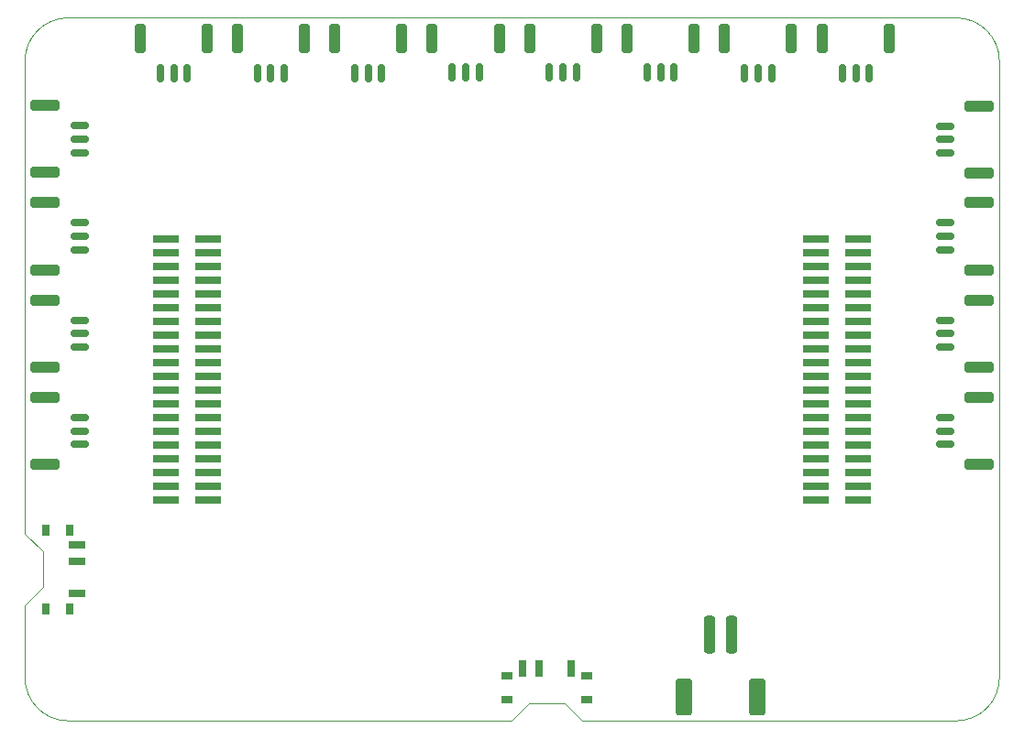
<source format=gbp>
G04 #@! TF.GenerationSoftware,KiCad,Pcbnew,(5.99.0-11031-gb4f5b6ef3c)*
G04 #@! TF.CreationDate,2021-06-15T20:59:52-04:00*
G04 #@! TF.ProjectId,FlySensei_Stack_Actuation_ECAD,466c7953-656e-4736-9569-5f537461636b,0.1*
G04 #@! TF.SameCoordinates,Original*
G04 #@! TF.FileFunction,Paste,Bot*
G04 #@! TF.FilePolarity,Positive*
%FSLAX46Y46*%
G04 Gerber Fmt 4.6, Leading zero omitted, Abs format (unit mm)*
G04 Created by KiCad (PCBNEW (5.99.0-11031-gb4f5b6ef3c)) date 2021-06-15 20:59:52*
%MOMM*%
%LPD*%
G01*
G04 APERTURE LIST*
G04 Aperture macros list*
%AMRoundRect*
0 Rectangle with rounded corners*
0 $1 Rounding radius*
0 $2 $3 $4 $5 $6 $7 $8 $9 X,Y pos of 4 corners*
0 Add a 4 corners polygon primitive as box body*
4,1,4,$2,$3,$4,$5,$6,$7,$8,$9,$2,$3,0*
0 Add four circle primitives for the rounded corners*
1,1,$1+$1,$2,$3*
1,1,$1+$1,$4,$5*
1,1,$1+$1,$6,$7*
1,1,$1+$1,$8,$9*
0 Add four rect primitives between the rounded corners*
20,1,$1+$1,$2,$3,$4,$5,0*
20,1,$1+$1,$4,$5,$6,$7,0*
20,1,$1+$1,$6,$7,$8,$9,0*
20,1,$1+$1,$8,$9,$2,$3,0*%
G04 Aperture macros list end*
G04 #@! TA.AperFunction,Profile*
%ADD10C,0.100000*%
G04 #@! TD*
%ADD11RoundRect,0.150000X-0.150000X-0.700000X0.150000X-0.700000X0.150000X0.700000X-0.150000X0.700000X0*%
%ADD12RoundRect,0.250000X-0.250000X-1.100000X0.250000X-1.100000X0.250000X1.100000X-0.250000X1.100000X0*%
%ADD13RoundRect,0.150000X-0.700000X0.150000X-0.700000X-0.150000X0.700000X-0.150000X0.700000X0.150000X0*%
%ADD14RoundRect,0.250000X-1.100000X0.250000X-1.100000X-0.250000X1.100000X-0.250000X1.100000X0.250000X0*%
%ADD15R,2.400000X0.740000*%
%ADD16RoundRect,0.150000X0.700000X-0.150000X0.700000X0.150000X-0.700000X0.150000X-0.700000X-0.150000X0*%
%ADD17RoundRect,0.250000X1.100000X-0.250000X1.100000X0.250000X-1.100000X0.250000X-1.100000X-0.250000X0*%
%ADD18RoundRect,0.250000X0.250000X1.500000X-0.250000X1.500000X-0.250000X-1.500000X0.250000X-1.500000X0*%
%ADD19RoundRect,0.250001X0.499999X1.449999X-0.499999X1.449999X-0.499999X-1.449999X0.499999X-1.449999X0*%
%ADD20R,0.800000X1.000000*%
%ADD21R,1.500000X0.700000*%
%ADD22R,1.000000X0.800000*%
%ADD23R,0.700000X1.500000*%
G04 APERTURE END LIST*
D10*
X136550000Y-128350000D02*
X134900000Y-130000000D01*
X136550000Y-128350000D02*
X139850000Y-128350000D01*
X139850000Y-128350000D02*
X141500000Y-130000000D01*
X91650000Y-114350000D02*
X91650000Y-117650000D01*
X180000000Y-69000000D02*
X180000000Y-126000000D01*
X180000000Y-69000000D02*
G75*
G03*
X176000000Y-65000000I-4000000J0D01*
G01*
X91650000Y-114350000D02*
X90000000Y-112700000D01*
X141500000Y-130000000D02*
X176000000Y-130000000D01*
X94000000Y-65000000D02*
X176000000Y-65000000D01*
X91650000Y-117650000D02*
X90000000Y-119300000D01*
X90000000Y-126000000D02*
G75*
G03*
X94000000Y-130000000I4000000J0D01*
G01*
X134900000Y-130000000D02*
X94000000Y-130000000D01*
X94000000Y-65000000D02*
G75*
G03*
X90000000Y-69000000I0J-4000000D01*
G01*
X176000000Y-130000000D02*
G75*
G03*
X180000000Y-126000000I0J4000000D01*
G01*
X90000000Y-119300000D02*
X90000000Y-126000000D01*
X90000000Y-112700000D02*
X90000000Y-69000000D01*
D11*
G04 #@! TO.C,BL2*
X147450000Y-70080000D03*
X148700000Y-70080000D03*
X149950000Y-70080000D03*
D12*
X151800000Y-66880000D03*
X145600000Y-66880000D03*
G04 #@! TD*
D13*
G04 #@! TO.C,S7*
X174950000Y-75000000D03*
X174950000Y-76250000D03*
X174950000Y-77500000D03*
D14*
X178150000Y-79350000D03*
X178150000Y-73150000D03*
G04 #@! TD*
D15*
G04 #@! TO.C,J2*
X106950000Y-85435000D03*
X103050000Y-85435000D03*
X106950000Y-86705000D03*
X103050000Y-86705000D03*
X106950000Y-87975000D03*
X103050000Y-87975000D03*
X106950000Y-89245000D03*
X103050000Y-89245000D03*
X106950000Y-90515000D03*
X103050000Y-90515000D03*
X106950000Y-91785000D03*
X103050000Y-91785000D03*
X106950000Y-93055000D03*
X103050000Y-93055000D03*
X106950000Y-94325000D03*
X103050000Y-94325000D03*
X106950000Y-95595000D03*
X103050000Y-95595000D03*
X106950000Y-96865000D03*
X103050000Y-96865000D03*
X106950000Y-98135000D03*
X103050000Y-98135000D03*
X106950000Y-99405000D03*
X103050000Y-99405000D03*
X106950000Y-100675000D03*
X103050000Y-100675000D03*
X106950000Y-101945000D03*
X103050000Y-101945000D03*
X106950000Y-103215000D03*
X103050000Y-103215000D03*
X106950000Y-104485000D03*
X103050000Y-104485000D03*
X106950000Y-105755000D03*
X103050000Y-105755000D03*
X106950000Y-107025000D03*
X103050000Y-107025000D03*
X106950000Y-108295000D03*
X103050000Y-108295000D03*
X106950000Y-109565000D03*
X103050000Y-109565000D03*
G04 #@! TD*
D11*
G04 #@! TO.C,BL4*
X129450000Y-70075000D03*
X130700000Y-70075000D03*
X131950000Y-70075000D03*
D12*
X133800000Y-66875000D03*
X127600000Y-66875000D03*
G04 #@! TD*
D15*
G04 #@! TO.C,J4*
X166950000Y-85435000D03*
X163050000Y-85435000D03*
X166950000Y-86705000D03*
X163050000Y-86705000D03*
X166950000Y-87975000D03*
X163050000Y-87975000D03*
X166950000Y-89245000D03*
X163050000Y-89245000D03*
X166950000Y-90515000D03*
X163050000Y-90515000D03*
X166950000Y-91785000D03*
X163050000Y-91785000D03*
X166950000Y-93055000D03*
X163050000Y-93055000D03*
X166950000Y-94325000D03*
X163050000Y-94325000D03*
X166950000Y-95595000D03*
X163050000Y-95595000D03*
X166950000Y-96865000D03*
X163050000Y-96865000D03*
X166950000Y-98135000D03*
X163050000Y-98135000D03*
X166950000Y-99405000D03*
X163050000Y-99405000D03*
X166950000Y-100675000D03*
X163050000Y-100675000D03*
X166950000Y-101945000D03*
X163050000Y-101945000D03*
X166950000Y-103215000D03*
X163050000Y-103215000D03*
X166950000Y-104485000D03*
X163050000Y-104485000D03*
X166950000Y-105755000D03*
X163050000Y-105755000D03*
X166950000Y-107025000D03*
X163050000Y-107025000D03*
X166950000Y-108295000D03*
X163050000Y-108295000D03*
X166950000Y-109565000D03*
X163050000Y-109565000D03*
G04 #@! TD*
D11*
G04 #@! TO.C,BL0*
X165500000Y-70100000D03*
X166750000Y-70100000D03*
X168000000Y-70100000D03*
D12*
X163650000Y-66900000D03*
X169850000Y-66900000D03*
G04 #@! TD*
D16*
G04 #@! TO.C,S3*
X95050000Y-104450000D03*
X95050000Y-103200000D03*
X95050000Y-101950000D03*
D17*
X91850000Y-100100000D03*
X91850000Y-106300000D03*
G04 #@! TD*
D16*
G04 #@! TO.C,S2*
X95050000Y-95450000D03*
X95050000Y-94200000D03*
X95050000Y-92950000D03*
D17*
X91850000Y-97300000D03*
X91850000Y-91100000D03*
G04 #@! TD*
D18*
G04 #@! TO.C,J5*
X155250000Y-122050000D03*
X153250000Y-122050000D03*
D19*
X150900000Y-127800000D03*
X157600000Y-127800000D03*
G04 #@! TD*
D13*
G04 #@! TO.C,S4*
X174950000Y-101950000D03*
X174950000Y-103200000D03*
X174950000Y-104450000D03*
D14*
X178150000Y-106300000D03*
X178150000Y-100100000D03*
G04 #@! TD*
D20*
G04 #@! TO.C,SW2*
X94155000Y-112350000D03*
X94155000Y-119650000D03*
X91945000Y-119650000D03*
X91945000Y-112350000D03*
D21*
X94805000Y-118250000D03*
X94805000Y-115250000D03*
X94805000Y-113750000D03*
G04 #@! TD*
D22*
G04 #@! TO.C,SW1*
X134550000Y-125845000D03*
X141850000Y-128055000D03*
X134550000Y-128055000D03*
X141850000Y-125845000D03*
D23*
X140450000Y-125195000D03*
X137450000Y-125195000D03*
X135950000Y-125195000D03*
G04 #@! TD*
D16*
G04 #@! TO.C,S1*
X95050000Y-86450000D03*
X95050000Y-85200000D03*
X95050000Y-83950000D03*
D17*
X91850000Y-88300000D03*
X91850000Y-82100000D03*
G04 #@! TD*
D11*
G04 #@! TO.C,BL6*
X111450000Y-70125000D03*
X112700000Y-70125000D03*
X113950000Y-70125000D03*
D12*
X109600000Y-66925000D03*
X115800000Y-66925000D03*
G04 #@! TD*
D16*
G04 #@! TO.C,S0*
X95050000Y-77450000D03*
X95050000Y-76200000D03*
X95050000Y-74950000D03*
D17*
X91850000Y-79300000D03*
X91850000Y-73100000D03*
G04 #@! TD*
D11*
G04 #@! TO.C,BL1*
X156450000Y-70100000D03*
X157700000Y-70100000D03*
X158950000Y-70100000D03*
D12*
X154600000Y-66900000D03*
X160800000Y-66900000D03*
G04 #@! TD*
D11*
G04 #@! TO.C,BL3*
X138450000Y-70080000D03*
X139700000Y-70080000D03*
X140950000Y-70080000D03*
D12*
X136600000Y-66880000D03*
X142800000Y-66880000D03*
G04 #@! TD*
D13*
G04 #@! TO.C,S5*
X174950000Y-92950000D03*
X174950000Y-94200000D03*
X174950000Y-95450000D03*
D14*
X178150000Y-97300000D03*
X178150000Y-91100000D03*
G04 #@! TD*
D11*
G04 #@! TO.C,BL5*
X120450000Y-70125000D03*
X121700000Y-70125000D03*
X122950000Y-70125000D03*
D12*
X124800000Y-66925000D03*
X118600000Y-66925000D03*
G04 #@! TD*
D13*
G04 #@! TO.C,S6*
X174950000Y-83950000D03*
X174950000Y-85200000D03*
X174950000Y-86450000D03*
D14*
X178150000Y-82100000D03*
X178150000Y-88300000D03*
G04 #@! TD*
D11*
G04 #@! TO.C,BL7*
X102500000Y-70130000D03*
X103750000Y-70130000D03*
X105000000Y-70130000D03*
D12*
X100650000Y-66930000D03*
X106850000Y-66930000D03*
G04 #@! TD*
M02*

</source>
